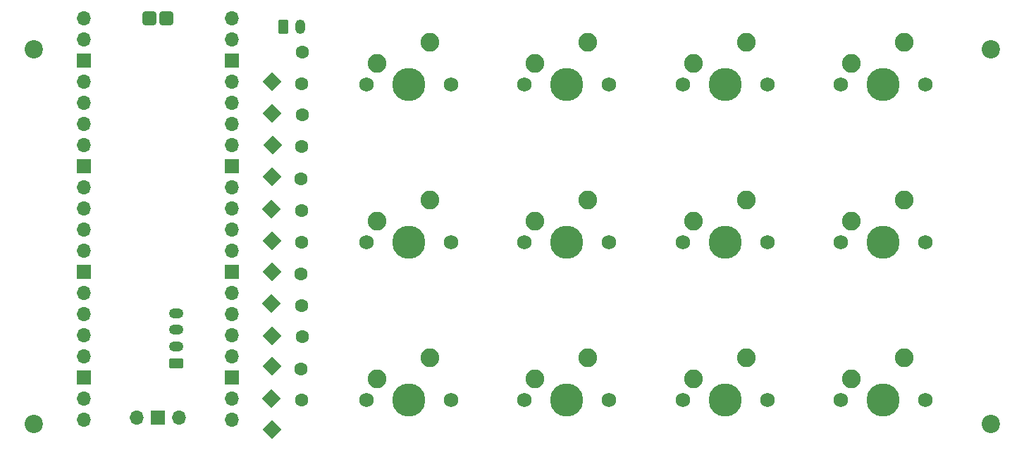
<source format=gbr>
%TF.GenerationSoftware,KiCad,Pcbnew,7.0.9*%
%TF.CreationDate,2024-08-19T17:06:16-04:00*%
%TF.ProjectId,macropad-pico,6d616372-6f70-4616-942d-7069636f2e6b,rev?*%
%TF.SameCoordinates,Original*%
%TF.FileFunction,Soldermask,Bot*%
%TF.FilePolarity,Negative*%
%FSLAX46Y46*%
G04 Gerber Fmt 4.6, Leading zero omitted, Abs format (unit mm)*
G04 Created by KiCad (PCBNEW 7.0.9) date 2024-08-19 17:06:16*
%MOMM*%
%LPD*%
G01*
G04 APERTURE LIST*
G04 Aperture macros list*
%AMRoundRect*
0 Rectangle with rounded corners*
0 $1 Rounding radius*
0 $2 $3 $4 $5 $6 $7 $8 $9 X,Y pos of 4 corners*
0 Add a 4 corners polygon primitive as box body*
4,1,4,$2,$3,$4,$5,$6,$7,$8,$9,$2,$3,0*
0 Add four circle primitives for the rounded corners*
1,1,$1+$1,$2,$3*
1,1,$1+$1,$4,$5*
1,1,$1+$1,$6,$7*
1,1,$1+$1,$8,$9*
0 Add four rect primitives between the rounded corners*
20,1,$1+$1,$2,$3,$4,$5,0*
20,1,$1+$1,$4,$5,$6,$7,0*
20,1,$1+$1,$6,$7,$8,$9,0*
20,1,$1+$1,$8,$9,$2,$3,0*%
%AMHorizOval*
0 Thick line with rounded ends*
0 $1 width*
0 $2 $3 position (X,Y) of the first rounded end (center of the circle)*
0 $4 $5 position (X,Y) of the second rounded end (center of the circle)*
0 Add line between two ends*
20,1,$1,$2,$3,$4,$5,0*
0 Add two circle primitives to create the rounded ends*
1,1,$1,$2,$3*
1,1,$1,$4,$5*%
%AMRotRect*
0 Rectangle, with rotation*
0 The origin of the aperture is its center*
0 $1 length*
0 $2 width*
0 $3 Rotation angle, in degrees counterclockwise*
0 Add horizontal line*
21,1,$1,$2,0,0,$3*%
G04 Aperture macros list end*
%ADD10O,1.200000X1.750000*%
%ADD11RoundRect,0.250000X-0.350000X-0.625000X0.350000X-0.625000X0.350000X0.625000X-0.350000X0.625000X0*%
%ADD12RotRect,1.600000X1.600000X45.000000*%
%ADD13HorizOval,1.600000X0.000000X0.000000X0.000000X0.000000X0*%
%ADD14RoundRect,0.250000X0.625000X-0.350000X0.625000X0.350000X-0.625000X0.350000X-0.625000X-0.350000X0*%
%ADD15O,1.750000X1.200000*%
%ADD16C,1.750000*%
%ADD17C,3.987800*%
%ADD18C,2.250000*%
%ADD19O,1.700000X1.700000*%
%ADD20R,1.700000X1.700000*%
%ADD21RoundRect,0.437500X-0.437500X-0.437500X0.437500X-0.437500X0.437500X0.437500X-0.437500X0.437500X0*%
%ADD22C,2.200000*%
G04 APERTURE END LIST*
D10*
%TO.C,J2*%
X140089000Y-40933000D03*
D11*
X138089000Y-40933000D03*
%TD*%
D12*
%TO.C,D1*%
X136712026Y-47587974D03*
D13*
X140304128Y-43995872D03*
%TD*%
D14*
%TO.C,J1*%
X125162000Y-81402000D03*
D15*
X125162000Y-79402000D03*
X125162000Y-77402000D03*
X125162000Y-75402000D03*
%TD*%
D12*
%TO.C,D2*%
X136664026Y-51412974D03*
D13*
X140256128Y-47820872D03*
%TD*%
D12*
%TO.C,D10*%
X136712026Y-81773974D03*
D13*
X140304128Y-78181872D03*
%TD*%
D12*
%TO.C,D3*%
X136759026Y-55166974D03*
D13*
X140351128Y-51574872D03*
%TD*%
D12*
%TO.C,D4*%
X136702077Y-58976923D03*
D13*
X140294179Y-55384821D03*
%TD*%
D16*
%TO.C,SW-1U-9*%
X148018077Y-85871923D03*
D17*
X153098077Y-85871923D03*
D16*
X158178077Y-85871923D03*
D18*
X149288077Y-83331923D03*
X155638077Y-80791923D03*
%TD*%
D12*
%TO.C,D6*%
X136664026Y-66664974D03*
D13*
X140256128Y-63072872D03*
%TD*%
D16*
%TO.C,SW-1U-8*%
X205018077Y-66871923D03*
D17*
X210098077Y-66871923D03*
D16*
X215178077Y-66871923D03*
D18*
X206288077Y-64331923D03*
X212638077Y-61791923D03*
%TD*%
D12*
%TO.C,D8*%
X136617026Y-74266974D03*
D13*
X140209128Y-70674872D03*
%TD*%
D12*
%TO.C,D12*%
X136664026Y-89423974D03*
D13*
X140256128Y-85831872D03*
%TD*%
D12*
%TO.C,D5*%
X136617026Y-62863974D03*
D13*
X140209128Y-59271872D03*
%TD*%
D19*
%TO.C,RPI1*%
X114104077Y-39906923D03*
X114104077Y-42446923D03*
D20*
X114104077Y-44986923D03*
D19*
X114104077Y-47526923D03*
X114104077Y-50066923D03*
X114104077Y-52606923D03*
X114104077Y-55146923D03*
D20*
X114104077Y-57686923D03*
D19*
X114104077Y-60226923D03*
X114104077Y-62766923D03*
X114104077Y-65306923D03*
X114104077Y-67846923D03*
D20*
X114104077Y-70386923D03*
D19*
X114104077Y-72926923D03*
X114104077Y-75466923D03*
X114104077Y-78006923D03*
X114104077Y-80546923D03*
D20*
X114104077Y-83086923D03*
D19*
X114104077Y-85626923D03*
X114104077Y-88166923D03*
X131884077Y-88166923D03*
X131884077Y-85626923D03*
D20*
X131884077Y-83086923D03*
D19*
X131884077Y-80546923D03*
X131884077Y-78006923D03*
X131884077Y-75466923D03*
X131884077Y-72926923D03*
D20*
X131884077Y-70386923D03*
D19*
X131884077Y-67846923D03*
X131884077Y-65306923D03*
X131884077Y-62766923D03*
X131884077Y-60226923D03*
D20*
X131884077Y-57686923D03*
D19*
X131884077Y-55146923D03*
X131884077Y-52606923D03*
X131884077Y-50066923D03*
X131884077Y-47526923D03*
D20*
X131884077Y-44986923D03*
D19*
X131884077Y-42446923D03*
X131884077Y-39906923D03*
X120454077Y-87936923D03*
D20*
X122994077Y-87936923D03*
D19*
X125534077Y-87936923D03*
D21*
X124010077Y-39911923D03*
X121978077Y-39911923D03*
%TD*%
D12*
%TO.C,D9*%
X136664026Y-78115974D03*
D13*
X140256128Y-74523872D03*
%TD*%
D16*
%TO.C,SW-1U-6*%
X167018077Y-66871923D03*
D17*
X172098077Y-66871923D03*
D16*
X177178077Y-66871923D03*
D18*
X168288077Y-64331923D03*
X174638077Y-61791923D03*
%TD*%
D16*
%TO.C,SW-1U-11*%
X186018077Y-85871923D03*
D17*
X191098077Y-85871923D03*
D16*
X196178077Y-85871923D03*
D18*
X187288077Y-83331923D03*
X193638077Y-80791923D03*
%TD*%
D16*
%TO.C,SW-1U-10*%
X167018077Y-85871923D03*
D17*
X172098077Y-85871923D03*
D16*
X177178077Y-85871923D03*
D18*
X168288077Y-83331923D03*
X174638077Y-80791923D03*
%TD*%
D16*
%TO.C,SW-1U-7*%
X186018077Y-66871923D03*
D17*
X191098077Y-66871923D03*
D16*
X196178077Y-66871923D03*
D18*
X187288077Y-64331923D03*
X193638077Y-61791923D03*
%TD*%
D12*
%TO.C,D11*%
X136617026Y-85669974D03*
D13*
X140209128Y-82077872D03*
%TD*%
D16*
%TO.C,SW-1U-3*%
X186018077Y-47871923D03*
D17*
X191098077Y-47871923D03*
D16*
X196178077Y-47871923D03*
D18*
X187288077Y-45331923D03*
X193638077Y-42791923D03*
%TD*%
D22*
%TO.C,*%
X108046000Y-88695000D03*
%TD*%
D16*
%TO.C,SW-1U-2*%
X167018077Y-47871923D03*
D17*
X172098077Y-47871923D03*
D16*
X177178077Y-47871923D03*
D18*
X168288077Y-45331923D03*
X174638077Y-42791923D03*
%TD*%
D16*
%TO.C,SW-1U-1*%
X148018077Y-47871923D03*
D17*
X153098077Y-47871923D03*
D16*
X158178077Y-47871923D03*
D18*
X149288077Y-45331923D03*
X155638077Y-42791923D03*
%TD*%
D16*
%TO.C,SW-1U-5*%
X148018077Y-66871923D03*
D17*
X153098077Y-66871923D03*
D16*
X158178077Y-66871923D03*
D18*
X149288077Y-64331923D03*
X155638077Y-61791923D03*
%TD*%
D16*
%TO.C,SW-1U-12*%
X205018077Y-85871923D03*
D17*
X210098077Y-85871923D03*
D16*
X215178077Y-85871923D03*
D18*
X206288077Y-83331923D03*
X212638077Y-80791923D03*
%TD*%
D22*
%TO.C,*%
X223049000Y-43703000D03*
%TD*%
D12*
%TO.C,D7*%
X136664026Y-70417974D03*
D13*
X140256128Y-66825872D03*
%TD*%
D22*
%TO.C,*%
X108050000Y-43700000D03*
%TD*%
D16*
%TO.C,SW-1U-4*%
X205018077Y-47871923D03*
D17*
X210098077Y-47871923D03*
D16*
X215178077Y-47871923D03*
D18*
X206288077Y-45331923D03*
X212638077Y-42791923D03*
%TD*%
D22*
%TO.C,*%
X223048000Y-88696000D03*
%TD*%
M02*

</source>
